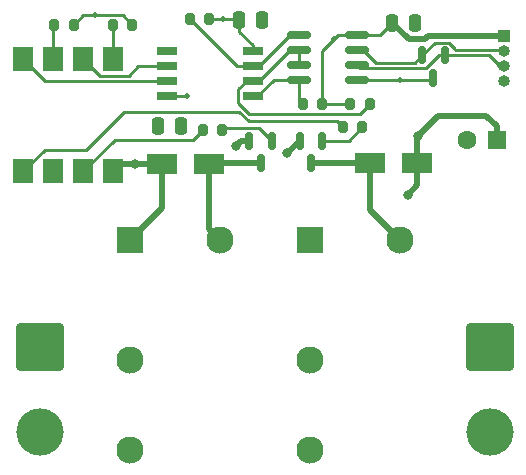
<source format=gbr>
%TF.GenerationSoftware,KiCad,Pcbnew,(6.0.0)*%
%TF.CreationDate,2022-01-08T23:02:58+00:00*%
%TF.ProjectId,2Relay,3252656c-6179-42e6-9b69-6361645f7063,rev?*%
%TF.SameCoordinates,Original*%
%TF.FileFunction,Copper,L1,Top*%
%TF.FilePolarity,Positive*%
%FSLAX46Y46*%
G04 Gerber Fmt 4.6, Leading zero omitted, Abs format (unit mm)*
G04 Created by KiCad (PCBNEW (6.0.0)) date 2022-01-08 23:02:58*
%MOMM*%
%LPD*%
G01*
G04 APERTURE LIST*
G04 Aperture macros list*
%AMRoundRect*
0 Rectangle with rounded corners*
0 $1 Rounding radius*
0 $2 $3 $4 $5 $6 $7 $8 $9 X,Y pos of 4 corners*
0 Add a 4 corners polygon primitive as box body*
4,1,4,$2,$3,$4,$5,$6,$7,$8,$9,$2,$3,0*
0 Add four circle primitives for the rounded corners*
1,1,$1+$1,$2,$3*
1,1,$1+$1,$4,$5*
1,1,$1+$1,$6,$7*
1,1,$1+$1,$8,$9*
0 Add four rect primitives between the rounded corners*
20,1,$1+$1,$2,$3,$4,$5,0*
20,1,$1+$1,$4,$5,$6,$7,0*
20,1,$1+$1,$6,$7,$8,$9,0*
20,1,$1+$1,$8,$9,$2,$3,0*%
G04 Aperture macros list end*
%TA.AperFunction,ComponentPad*%
%ADD10R,1.000000X1.000000*%
%TD*%
%TA.AperFunction,ComponentPad*%
%ADD11O,1.000000X1.000000*%
%TD*%
%TA.AperFunction,SMDPad,CuDef*%
%ADD12RoundRect,0.150000X-0.150000X0.587500X-0.150000X-0.587500X0.150000X-0.587500X0.150000X0.587500X0*%
%TD*%
%TA.AperFunction,SMDPad,CuDef*%
%ADD13RoundRect,0.250000X-0.250000X-0.475000X0.250000X-0.475000X0.250000X0.475000X-0.250000X0.475000X0*%
%TD*%
%TA.AperFunction,SMDPad,CuDef*%
%ADD14RoundRect,0.150000X-0.825000X-0.150000X0.825000X-0.150000X0.825000X0.150000X-0.825000X0.150000X0*%
%TD*%
%TA.AperFunction,SMDPad,CuDef*%
%ADD15R,2.500000X1.800000*%
%TD*%
%TA.AperFunction,SMDPad,CuDef*%
%ADD16RoundRect,0.200000X0.200000X0.275000X-0.200000X0.275000X-0.200000X-0.275000X0.200000X-0.275000X0*%
%TD*%
%TA.AperFunction,SMDPad,CuDef*%
%ADD17RoundRect,0.200000X-0.200000X-0.275000X0.200000X-0.275000X0.200000X0.275000X-0.200000X0.275000X0*%
%TD*%
%TA.AperFunction,ComponentPad*%
%ADD18R,2.300000X2.300000*%
%TD*%
%TA.AperFunction,ComponentPad*%
%ADD19C,2.300000*%
%TD*%
%TA.AperFunction,ComponentPad*%
%ADD20RoundRect,0.250000X-1.750000X1.750000X-1.750000X-1.750000X1.750000X-1.750000X1.750000X1.750000X0*%
%TD*%
%TA.AperFunction,ComponentPad*%
%ADD21C,4.000000*%
%TD*%
%TA.AperFunction,ComponentPad*%
%ADD22R,1.600000X1.600000*%
%TD*%
%TA.AperFunction,ComponentPad*%
%ADD23C,1.600000*%
%TD*%
%TA.AperFunction,SMDPad,CuDef*%
%ADD24R,1.780000X2.000000*%
%TD*%
%TA.AperFunction,SMDPad,CuDef*%
%ADD25R,1.700000X0.650000*%
%TD*%
%TA.AperFunction,ViaPad*%
%ADD26C,0.508000*%
%TD*%
%TA.AperFunction,ViaPad*%
%ADD27C,0.800000*%
%TD*%
%TA.AperFunction,Conductor*%
%ADD28C,0.500000*%
%TD*%
%TA.AperFunction,Conductor*%
%ADD29C,0.250000*%
%TD*%
G04 APERTURE END LIST*
D10*
%TO.P,J1,1,Pin_1*%
%TO.N,VCC*%
X126288800Y-50038000D03*
D11*
%TO.P,J1,2,Pin_2*%
%TO.N,/B*%
X126288800Y-51308000D03*
%TO.P,J1,3,Pin_3*%
%TO.N,/A*%
X126288800Y-52578000D03*
%TO.P,J1,4,Pin_4*%
%TO.N,GND*%
X126288800Y-53848000D03*
%TD*%
D12*
%TO.P,Q2,1,B*%
%TO.N,Net-(R7-Pad2)*%
X110881200Y-58904900D03*
%TO.P,Q2,2,E*%
%TO.N,GND*%
X108981200Y-58904900D03*
%TO.P,Q2,3,C*%
%TO.N,Net-(Q2-Pad3)*%
X109931200Y-60779900D03*
%TD*%
D13*
%TO.P,C2,1*%
%TO.N,VCC*%
X116819600Y-48920400D03*
%TO.P,C2,2*%
%TO.N,GND*%
X118719600Y-48920400D03*
%TD*%
D12*
%TO.P,Q1,1,B*%
%TO.N,Net-(R6-Pad2)*%
X106614000Y-58904900D03*
%TO.P,Q1,2,E*%
%TO.N,GND*%
X104714000Y-58904900D03*
%TO.P,Q1,3,C*%
%TO.N,Net-(Q1-Pad3)*%
X105664000Y-60779900D03*
%TD*%
D14*
%TO.P,U2,1,RO*%
%TO.N,Net-(R2-Pad2)*%
X108878600Y-49961800D03*
%TO.P,U2,2,~{RE}*%
%TO.N,Net-(R3-Pad2)*%
X108878600Y-51231800D03*
%TO.P,U2,3,DE*%
X108878600Y-52501800D03*
%TO.P,U2,4,DI*%
%TO.N,Net-(R1-Pad2)*%
X108878600Y-53771800D03*
%TO.P,U2,5,GND*%
%TO.N,GND*%
X113828600Y-53771800D03*
%TO.P,U2,6,A*%
%TO.N,/A*%
X113828600Y-52501800D03*
%TO.P,U2,7,B*%
%TO.N,/B*%
X113828600Y-51231800D03*
%TO.P,U2,8,VCC*%
%TO.N,VCC*%
X113828600Y-49961800D03*
%TD*%
D15*
%TO.P,D2,1,K*%
%TO.N,VCC*%
X97314000Y-60858400D03*
%TO.P,D2,2,A*%
%TO.N,Net-(Q1-Pad3)*%
X101314000Y-60858400D03*
%TD*%
D16*
%TO.P,R5,1*%
%TO.N,VCC*%
X89826600Y-49072800D03*
%TO.P,R5,2*%
%TO.N,Net-(U3-Pad3)*%
X88176600Y-49072800D03*
%TD*%
D17*
%TO.P,R7,2*%
%TO.N,Net-(R7-Pad2)*%
X114249200Y-57759600D03*
%TO.P,R7,1*%
%TO.N,Net-(U3-Pad5)*%
X112599200Y-57759600D03*
%TD*%
D18*
%TO.P,K2,1*%
%TO.N,VCC*%
X109865000Y-67325000D03*
D19*
%TO.P,K2,2*%
%TO.N,Net-(K2-Pad2)*%
X109865000Y-77485000D03*
%TO.P,K2,3*%
%TO.N,Net-(K2-Pad3)*%
X109865000Y-85105000D03*
%TO.P,K2,5*%
%TO.N,Net-(Q2-Pad3)*%
X117485000Y-67325000D03*
%TD*%
D12*
%TO.P,D1,1,A1*%
%TO.N,/A*%
X121244400Y-51691300D03*
%TO.P,D1,2,A2*%
%TO.N,/B*%
X119344400Y-51691300D03*
%TO.P,D1,3,common*%
%TO.N,GND*%
X120294400Y-53566300D03*
%TD*%
D16*
%TO.P,R1,1*%
%TO.N,VCC*%
X110857800Y-55829200D03*
%TO.P,R1,2*%
%TO.N,Net-(R1-Pad2)*%
X109207800Y-55829200D03*
%TD*%
D20*
%TO.P,J3,1,Pin_1*%
%TO.N,Net-(K2-Pad2)*%
X125095000Y-76410000D03*
D21*
%TO.P,J3,2,Pin_2*%
%TO.N,Net-(K2-Pad3)*%
X125095000Y-83610000D03*
%TD*%
D13*
%TO.P,C3,1*%
%TO.N,VCC*%
X96992400Y-57658000D03*
%TO.P,C3,2*%
%TO.N,GND*%
X98892400Y-57658000D03*
%TD*%
D18*
%TO.P,K1,1*%
%TO.N,VCC*%
X94625000Y-67325000D03*
D19*
%TO.P,K1,2*%
%TO.N,Net-(K1-Pad2)*%
X94625000Y-77485000D03*
%TO.P,K1,3*%
%TO.N,Net-(K1-Pad3)*%
X94625000Y-85105000D03*
%TO.P,K1,5*%
%TO.N,Net-(Q1-Pad3)*%
X102245000Y-67325000D03*
%TD*%
D16*
%TO.P,R2,1*%
%TO.N,VCC*%
X101307400Y-48615600D03*
%TO.P,R2,2*%
%TO.N,Net-(R2-Pad2)*%
X99657400Y-48615600D03*
%TD*%
%TO.P,R4,1*%
%TO.N,VCC*%
X94805000Y-49072800D03*
%TO.P,R4,2*%
%TO.N,Net-(U3-Pad1)*%
X93155000Y-49072800D03*
%TD*%
D15*
%TO.P,D3,1,K*%
%TO.N,VCC*%
X118941600Y-60807600D03*
%TO.P,D3,2,A*%
%TO.N,Net-(Q2-Pad3)*%
X114941600Y-60807600D03*
%TD*%
D13*
%TO.P,C1,1*%
%TO.N,VCC*%
X103850400Y-48666400D03*
%TO.P,C1,2*%
%TO.N,GND*%
X105750400Y-48666400D03*
%TD*%
D22*
%TO.P,C4,1*%
%TO.N,VCC*%
X125642380Y-58826400D03*
D23*
%TO.P,C4,2*%
%TO.N,GND*%
X123142380Y-58826400D03*
%TD*%
D24*
%TO.P,U3,1*%
%TO.N,Net-(U3-Pad1)*%
X93167200Y-51978600D03*
%TO.P,U3,2*%
%TO.N,/R1*%
X90627200Y-51978600D03*
%TO.P,U3,3*%
%TO.N,Net-(U3-Pad3)*%
X88087200Y-51978600D03*
%TO.P,U3,4*%
%TO.N,/R2*%
X85547200Y-51978600D03*
%TO.P,U3,5*%
%TO.N,Net-(U3-Pad5)*%
X85547200Y-61508600D03*
%TO.P,U3,6*%
%TO.N,VCC*%
X88087200Y-61508600D03*
%TO.P,U3,7*%
%TO.N,Net-(U3-Pad7)*%
X90627200Y-61508600D03*
%TO.P,U3,8*%
%TO.N,VCC*%
X93167200Y-61508600D03*
%TD*%
D17*
%TO.P,R3,1*%
%TO.N,VCC*%
X113233200Y-55829200D03*
%TO.P,R3,2*%
%TO.N,Net-(R3-Pad2)*%
X114883200Y-55829200D03*
%TD*%
%TO.P,R6,1*%
%TO.N,Net-(U3-Pad7)*%
X100775000Y-57962800D03*
%TO.P,R6,2*%
%TO.N,Net-(R6-Pad2)*%
X102425000Y-57962800D03*
%TD*%
D25*
%TO.P,U1,1,~{RESET}/PB5*%
%TO.N,unconnected-(U1-Pad1)*%
X97696000Y-51333400D03*
%TO.P,U1,2,XTAL1/PB3*%
%TO.N,/R1*%
X97696000Y-52603400D03*
%TO.P,U1,3,XTAL2/PB4*%
%TO.N,/R2*%
X97696000Y-53873400D03*
%TO.P,U1,4,GND*%
%TO.N,GND*%
X97696000Y-55143400D03*
%TO.P,U1,5,AREF/PB0*%
%TO.N,Net-(R1-Pad2)*%
X104996000Y-55143400D03*
%TO.P,U1,6,PB1*%
%TO.N,Net-(R3-Pad2)*%
X104996000Y-53873400D03*
%TO.P,U1,7,PB2*%
%TO.N,Net-(R2-Pad2)*%
X104996000Y-52603400D03*
%TO.P,U1,8,VCC*%
%TO.N,VCC*%
X104996000Y-51333400D03*
%TD*%
D20*
%TO.P,J2,1,Pin_1*%
%TO.N,Net-(K1-Pad2)*%
X86995000Y-76410000D03*
D21*
%TO.P,J2,2,Pin_2*%
%TO.N,Net-(K1-Pad3)*%
X86995000Y-83610000D03*
%TD*%
D26*
%TO.N,VCC*%
X88138000Y-61468000D03*
X91629920Y-48273280D03*
X96977200Y-57607200D03*
X111912400Y-50292000D03*
D27*
X118948200Y-58496200D03*
X118110000Y-63500000D03*
X94996000Y-60858400D03*
D26*
X102463600Y-48615600D03*
X93167200Y-61468000D03*
D27*
%TO.N,GND*%
X107919180Y-59966920D03*
D26*
X99415600Y-55118000D03*
X105714800Y-48666400D03*
D27*
X103581200Y-59334400D03*
D26*
X98907600Y-57658000D03*
X117424200Y-53771800D03*
X118734800Y-48971200D03*
%TD*%
D28*
%TO.N,VCC*%
X119583200Y-50292000D02*
X118191200Y-50292000D01*
X125642380Y-58826400D02*
X125642380Y-57671980D01*
D29*
X103850400Y-48666400D02*
X103850400Y-49697600D01*
D28*
X118941600Y-62668400D02*
X118110000Y-63500000D01*
D29*
X104996000Y-50843200D02*
X104996000Y-51333400D01*
X89826600Y-49072800D02*
X90626120Y-48273280D01*
D28*
X97314000Y-60858400D02*
X97314000Y-64636000D01*
X97314000Y-64636000D02*
X94625000Y-67325000D01*
X93817400Y-60858400D02*
X93167200Y-61508600D01*
X97314000Y-60858400D02*
X94996000Y-60858400D01*
X94996000Y-60858400D02*
X93817400Y-60858400D01*
X118922800Y-58521600D02*
X118941600Y-58540400D01*
D29*
X90626120Y-48273280D02*
X91629920Y-48273280D01*
D28*
X118941600Y-58540400D02*
X118941600Y-60807600D01*
X125642380Y-57671980D02*
X124764800Y-56794400D01*
D29*
X113828600Y-49961800D02*
X115778200Y-49961800D01*
X110857800Y-55829200D02*
X110857800Y-51346600D01*
X110857800Y-55829200D02*
X113233200Y-55829200D01*
X91629920Y-48273280D02*
X94005480Y-48273280D01*
X110857800Y-51346600D02*
X111912400Y-50292000D01*
D28*
X118941600Y-60807600D02*
X118941600Y-62668400D01*
D29*
X101307400Y-48615600D02*
X102463600Y-48615600D01*
D28*
X118262400Y-60807600D02*
X118941600Y-60807600D01*
X119837200Y-50038000D02*
X119583200Y-50292000D01*
D29*
X115778200Y-49961800D02*
X116819600Y-48920400D01*
D28*
X126288800Y-50038000D02*
X119837200Y-50038000D01*
X120650000Y-56794400D02*
X118948200Y-58496200D01*
X118191200Y-50292000D02*
X116819600Y-48920400D01*
X124764800Y-56794400D02*
X120650000Y-56794400D01*
D29*
X113828600Y-49961800D02*
X112242600Y-49961800D01*
X112242600Y-49961800D02*
X111912400Y-50292000D01*
X103850400Y-49697600D02*
X104996000Y-50843200D01*
X94005480Y-48273280D02*
X94805000Y-49072800D01*
X103799600Y-48615600D02*
X103850400Y-48666400D01*
D28*
X118948200Y-58496200D02*
X118922800Y-58521600D01*
D29*
X102463600Y-48615600D02*
X103799600Y-48615600D01*
D28*
%TO.N,GND*%
X104010700Y-58904900D02*
X103581200Y-59334400D01*
D29*
X99415600Y-55118000D02*
X97721400Y-55118000D01*
D28*
X104714000Y-58904900D02*
X104010700Y-58904900D01*
D29*
X117424200Y-53771800D02*
X120088900Y-53771800D01*
X113828600Y-53771800D02*
X117424200Y-53771800D01*
X97721400Y-55118000D02*
X97696000Y-55143400D01*
D28*
X107919180Y-59966920D02*
X108981200Y-58904900D01*
D29*
X120088900Y-53771800D02*
X120294400Y-53566300D01*
%TO.N,/A*%
X125730000Y-52425600D02*
X125730000Y-52527200D01*
X119698808Y-52753320D02*
X120760828Y-51691300D01*
X120760828Y-51691300D02*
X121244400Y-51691300D01*
X114080120Y-52753320D02*
X119698808Y-52753320D01*
X121244400Y-51691300D02*
X124995700Y-51691300D01*
X125730000Y-52527200D02*
X125780800Y-52578000D01*
X125780800Y-52578000D02*
X126288800Y-52578000D01*
X113828600Y-52501800D02*
X114080120Y-52753320D01*
X124995700Y-51691300D02*
X125730000Y-52425600D01*
%TO.N,/B*%
X120406420Y-50629280D02*
X119344400Y-51691300D01*
X126288800Y-51308000D02*
X126222580Y-51241780D01*
X119344400Y-51691300D02*
X118731900Y-52303800D01*
X122123200Y-51161528D02*
X121590952Y-50629280D01*
X114345600Y-51231800D02*
X113828600Y-51231800D01*
X122123200Y-51241780D02*
X122123200Y-51161528D01*
X126222580Y-51241780D02*
X122123200Y-51241780D01*
X118731900Y-52303800D02*
X115417600Y-52303800D01*
X115417600Y-52303800D02*
X114345600Y-51231800D01*
X121590952Y-50629280D02*
X120406420Y-50629280D01*
%TO.N,Net-(R1-Pad2)*%
X106756200Y-53771800D02*
X108878600Y-53771800D01*
X104996000Y-55143400D02*
X105384600Y-55143400D01*
X105384600Y-55143400D02*
X106756200Y-53771800D01*
X108878600Y-53771800D02*
X108878600Y-55500000D01*
X108878600Y-55500000D02*
X109207800Y-55829200D01*
%TO.N,Net-(R2-Pad2)*%
X99657400Y-48615600D02*
X103645200Y-52603400D01*
X103645200Y-52603400D02*
X104996000Y-52603400D01*
X108162600Y-49961800D02*
X108878600Y-49961800D01*
X105521000Y-52603400D02*
X108162600Y-49961800D01*
X104996000Y-52603400D02*
X105521000Y-52603400D01*
%TO.N,Net-(R3-Pad2)*%
X108162600Y-51231800D02*
X108878600Y-51231800D01*
X114883200Y-55829200D02*
X114083680Y-56628720D01*
X104996000Y-53873400D02*
X105521000Y-53873400D01*
X105521000Y-53873400D02*
X108162600Y-51231800D01*
X104471000Y-53873400D02*
X104996000Y-53873400D01*
X114083680Y-56628720D02*
X104657298Y-56628720D01*
X108878600Y-51231800D02*
X108878600Y-52501800D01*
X103784400Y-55755822D02*
X103784400Y-54560000D01*
X103784400Y-54560000D02*
X104471000Y-53873400D01*
X104657298Y-56628720D02*
X103784400Y-55755822D01*
%TO.N,Net-(U3-Pad1)*%
X93155000Y-49072800D02*
X93167200Y-49085000D01*
X93167200Y-49085000D02*
X93167200Y-51978600D01*
%TO.N,Net-(U3-Pad3)*%
X88176600Y-49072800D02*
X88087200Y-49162200D01*
X88087200Y-49162200D02*
X88087200Y-51978600D01*
%TO.N,/R1*%
X92072480Y-53423880D02*
X94488000Y-53423880D01*
X94488000Y-53423880D02*
X95308480Y-52603400D01*
X95308480Y-52603400D02*
X97696000Y-52603400D01*
X90627200Y-51978600D02*
X92072480Y-53423880D01*
%TO.N,/R2*%
X87442000Y-53873400D02*
X97696000Y-53873400D01*
X85547200Y-51978600D02*
X87442000Y-53873400D01*
%TO.N,Net-(U3-Pad7)*%
X93326680Y-58809120D02*
X99928680Y-58809120D01*
X90627200Y-61508600D02*
X93326680Y-58809120D01*
X99928680Y-58809120D02*
X100775000Y-57962800D01*
%TO.N,Net-(U3-Pad5)*%
X104644460Y-57251600D02*
X103833430Y-56440570D01*
X87365800Y-59690000D02*
X85547200Y-61508600D01*
X112599200Y-57759600D02*
X112091200Y-57251600D01*
X103833430Y-56440570D02*
X94130630Y-56440570D01*
X90881200Y-59690000D02*
X87365800Y-59690000D01*
X94130630Y-56440570D02*
X90881200Y-59690000D01*
X112091200Y-57251600D02*
X104644460Y-57251600D01*
%TO.N,Net-(R6-Pad2)*%
X105551980Y-57842880D02*
X106614000Y-58904900D01*
X102425000Y-57962800D02*
X102544920Y-57842880D01*
X102544920Y-57842880D02*
X105551980Y-57842880D01*
%TO.N,Net-(R7-Pad2)*%
X114249200Y-57759600D02*
X113103900Y-58904900D01*
X110881200Y-58688640D02*
X110881200Y-58904900D01*
X113103900Y-58904900D02*
X110881200Y-58904900D01*
D28*
%TO.N,Net-(Q1-Pad3)*%
X105664000Y-60779900D02*
X101392500Y-60779900D01*
X101314000Y-66394000D02*
X102245000Y-67325000D01*
X101392500Y-60779900D02*
X101314000Y-60858400D01*
X101314000Y-60858400D02*
X101314000Y-66394000D01*
%TO.N,Net-(Q2-Pad3)*%
X114941600Y-60807600D02*
X114941600Y-64781600D01*
X114941600Y-64781600D02*
X117485000Y-67325000D01*
X109931200Y-60779900D02*
X109958900Y-60807600D01*
X109958900Y-60807600D02*
X114941600Y-60807600D01*
%TD*%
M02*

</source>
